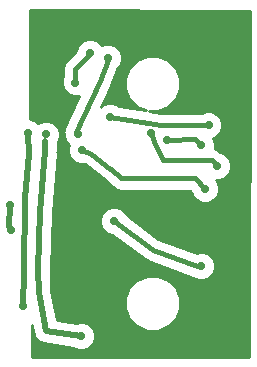
<source format=gbl>
G04 (created by PCBNEW (2013-08-24 BZR 4298)-stable) date Fri 07 Feb 2014 09:32:46 PM PST*
%MOIN*%
G04 Gerber Fmt 3.4, Leading zero omitted, Abs format*
%FSLAX34Y34*%
G01*
G70*
G90*
G04 APERTURE LIST*
%ADD10C,0.005906*%
%ADD11C,0.027559*%
%ADD12C,0.015748*%
%ADD13C,0.019685*%
%ADD14C,0.009843*%
%ADD15C,0.007874*%
%ADD16C,0.010000*%
G04 APERTURE END LIST*
G54D10*
G54D11*
X57771Y-41830D03*
X54496Y-41551D03*
X53425Y-42125D03*
X54421Y-39578D03*
X57519Y-42500D03*
X56370Y-42330D03*
X51192Y-45307D03*
X51161Y-44488D03*
X54685Y-48984D03*
X57921Y-38759D03*
X55771Y-45129D03*
X53645Y-43405D03*
X52881Y-38299D03*
X54618Y-45023D03*
X57527Y-46527D03*
X53334Y-40405D03*
X53818Y-39409D03*
X58051Y-43185D03*
X55858Y-42098D03*
X51598Y-47850D03*
X51751Y-42096D03*
X57653Y-43944D03*
X53559Y-42661D03*
X52343Y-42136D03*
X53519Y-48858D03*
G54D12*
X57771Y-41830D02*
X56169Y-41818D01*
X56169Y-41818D02*
X54496Y-41551D01*
X53425Y-42125D02*
X53338Y-42039D01*
X53338Y-42039D02*
X54141Y-40338D01*
X54141Y-40338D02*
X54421Y-39669D01*
X54421Y-39669D02*
X54421Y-39578D01*
X57519Y-42500D02*
X57311Y-42291D01*
X57311Y-42291D02*
X56370Y-42330D01*
G54D10*
X51192Y-45307D02*
X51122Y-45236D01*
G54D13*
X51122Y-45236D02*
X51161Y-44488D01*
G54D14*
X57921Y-38759D02*
X57921Y-38751D01*
G54D12*
X55905Y-45980D02*
X57389Y-46527D01*
X54618Y-45023D02*
X55905Y-45980D01*
X57389Y-46527D02*
X57527Y-46527D01*
X53334Y-40405D02*
X53334Y-39948D01*
X53334Y-39948D02*
X53818Y-39464D01*
G54D10*
X53818Y-39464D02*
X53818Y-39409D01*
G54D12*
X58051Y-43185D02*
X57870Y-43003D01*
X57870Y-43003D02*
X56259Y-43003D01*
X56259Y-43003D02*
X55976Y-42440D01*
X55858Y-42098D02*
X55976Y-42440D01*
G54D10*
X55976Y-42440D02*
X55976Y-42425D01*
G54D13*
X51604Y-46742D02*
X51598Y-47850D01*
X51663Y-44251D02*
X51604Y-46742D01*
X51791Y-42795D02*
X51663Y-44251D01*
X51751Y-42096D02*
X51791Y-42795D01*
G54D10*
X51598Y-47850D02*
X51594Y-47855D01*
X54535Y-43279D02*
X54488Y-43279D01*
G54D12*
X57653Y-43944D02*
X57311Y-43602D01*
X57311Y-43602D02*
X54858Y-43602D01*
X54858Y-43602D02*
X54535Y-43279D01*
X53866Y-42783D02*
X53559Y-42661D01*
X54488Y-43279D02*
X53866Y-42783D01*
G54D15*
X52312Y-42341D02*
X52312Y-42167D01*
X52312Y-42167D02*
X52343Y-42136D01*
G54D13*
X52314Y-42704D02*
X52312Y-42341D01*
X52145Y-44724D02*
X52314Y-42704D01*
X52078Y-46618D02*
X52145Y-44724D01*
X52110Y-47401D02*
X52078Y-46618D01*
X52350Y-48681D02*
X52110Y-47401D01*
X53519Y-48858D02*
X52350Y-48681D01*
G54D15*
X52312Y-42351D02*
X52312Y-42341D01*
G54D10*
G36*
X59142Y-38006D02*
X59103Y-49546D01*
X58514Y-49546D01*
X58514Y-43093D01*
X58444Y-42922D01*
X58314Y-42792D01*
X58170Y-42733D01*
X58155Y-42718D01*
X58024Y-42630D01*
X57971Y-42619D01*
X57982Y-42592D01*
X57983Y-42408D01*
X57925Y-42268D01*
X58033Y-42223D01*
X58164Y-42093D01*
X58234Y-41923D01*
X58235Y-41738D01*
X58164Y-41568D01*
X58034Y-41438D01*
X57864Y-41367D01*
X57679Y-41367D01*
X57540Y-41424D01*
X56202Y-41414D01*
X55792Y-41349D01*
X56086Y-41349D01*
X56423Y-41210D01*
X56681Y-40952D01*
X56821Y-40616D01*
X56821Y-40251D01*
X56682Y-39914D01*
X56425Y-39656D01*
X56088Y-39517D01*
X55724Y-39516D01*
X55387Y-39655D01*
X55129Y-39913D01*
X54989Y-40250D01*
X54989Y-40614D01*
X55128Y-40951D01*
X55385Y-41209D01*
X55678Y-41330D01*
X54788Y-41188D01*
X54758Y-41158D01*
X54588Y-41087D01*
X54404Y-41087D01*
X54233Y-41158D01*
X54173Y-41218D01*
X54507Y-40511D01*
X54509Y-40502D01*
X54514Y-40494D01*
X54768Y-39886D01*
X54813Y-39841D01*
X54884Y-39671D01*
X54884Y-39486D01*
X54814Y-39316D01*
X54684Y-39186D01*
X54513Y-39115D01*
X54329Y-39115D01*
X54217Y-39161D01*
X54211Y-39147D01*
X54081Y-39016D01*
X53911Y-38946D01*
X53727Y-38945D01*
X53556Y-39016D01*
X53426Y-39146D01*
X53355Y-39316D01*
X53355Y-39356D01*
X53048Y-39662D01*
X52961Y-39794D01*
X52930Y-39948D01*
X52930Y-40170D01*
X52871Y-40312D01*
X52871Y-40497D01*
X52941Y-40667D01*
X53071Y-40798D01*
X53242Y-40868D01*
X53426Y-40868D01*
X53448Y-40859D01*
X52972Y-41866D01*
X52970Y-41876D01*
X52965Y-41884D01*
X52951Y-41952D01*
X52934Y-42019D01*
X52936Y-42029D01*
X52934Y-42039D01*
X52947Y-42107D01*
X52957Y-42175D01*
X52961Y-42182D01*
X52961Y-42217D01*
X53032Y-42388D01*
X53130Y-42486D01*
X53095Y-42568D01*
X53095Y-42753D01*
X53165Y-42923D01*
X53296Y-43054D01*
X53466Y-43124D01*
X53630Y-43124D01*
X53660Y-43137D01*
X54236Y-43595D01*
X54326Y-43642D01*
X54572Y-43888D01*
X54703Y-43975D01*
X54858Y-44006D01*
X57143Y-44006D01*
X57201Y-44064D01*
X57260Y-44207D01*
X57390Y-44337D01*
X57560Y-44408D01*
X57745Y-44408D01*
X57915Y-44337D01*
X58046Y-44207D01*
X58116Y-44037D01*
X58117Y-43853D01*
X58046Y-43682D01*
X58012Y-43648D01*
X58142Y-43648D01*
X58313Y-43578D01*
X58443Y-43447D01*
X58514Y-43277D01*
X58514Y-43093D01*
X58514Y-49546D01*
X57991Y-49546D01*
X57991Y-46435D01*
X57920Y-46265D01*
X57790Y-46134D01*
X57620Y-46064D01*
X57435Y-46064D01*
X57372Y-46090D01*
X56099Y-45621D01*
X55041Y-44834D01*
X55011Y-44761D01*
X54880Y-44631D01*
X54710Y-44560D01*
X54526Y-44560D01*
X54355Y-44630D01*
X54225Y-44760D01*
X54154Y-44931D01*
X54154Y-45115D01*
X54225Y-45285D01*
X54355Y-45416D01*
X54525Y-45486D01*
X54563Y-45486D01*
X55664Y-46304D01*
X55716Y-46329D01*
X55765Y-46359D01*
X57249Y-46906D01*
X57251Y-46907D01*
X57264Y-46920D01*
X57434Y-46990D01*
X57619Y-46991D01*
X57789Y-46920D01*
X57920Y-46790D01*
X57990Y-46620D01*
X57991Y-46435D01*
X57991Y-49546D01*
X56821Y-49546D01*
X56821Y-47574D01*
X56682Y-47237D01*
X56425Y-46979D01*
X56088Y-46839D01*
X55724Y-46839D01*
X55387Y-46978D01*
X55129Y-47236D01*
X54989Y-47572D01*
X54989Y-47937D01*
X55128Y-48274D01*
X55385Y-48532D01*
X55722Y-48671D01*
X56086Y-48672D01*
X56423Y-48533D01*
X56681Y-48275D01*
X56821Y-47938D01*
X56821Y-47574D01*
X56821Y-49546D01*
X51888Y-49546D01*
X51881Y-48481D01*
X51933Y-48759D01*
X51938Y-48770D01*
X51938Y-48782D01*
X51968Y-48847D01*
X51995Y-48912D01*
X52003Y-48921D01*
X52009Y-48932D01*
X52061Y-48980D01*
X52111Y-49031D01*
X52122Y-49035D01*
X52131Y-49044D01*
X52197Y-49068D01*
X52263Y-49096D01*
X52275Y-49096D01*
X52286Y-49100D01*
X53252Y-49246D01*
X53256Y-49250D01*
X53427Y-49321D01*
X53611Y-49321D01*
X53781Y-49251D01*
X53912Y-49121D01*
X53982Y-48950D01*
X53983Y-48766D01*
X53912Y-48596D01*
X53782Y-48465D01*
X53612Y-48394D01*
X53427Y-48394D01*
X53391Y-48409D01*
X52711Y-48306D01*
X52532Y-47353D01*
X52503Y-46617D01*
X52569Y-44749D01*
X52737Y-42740D01*
X52735Y-42720D01*
X52738Y-42701D01*
X52736Y-42397D01*
X52806Y-42229D01*
X52806Y-42044D01*
X52736Y-41874D01*
X52606Y-41743D01*
X52435Y-41673D01*
X52251Y-41673D01*
X52081Y-41743D01*
X52067Y-41756D01*
X52014Y-41703D01*
X51844Y-41633D01*
X51835Y-41633D01*
X51811Y-37993D01*
X59142Y-38006D01*
X59142Y-38006D01*
G37*
G54D16*
X59142Y-38006D02*
X59103Y-49546D01*
X58514Y-49546D01*
X58514Y-43093D01*
X58444Y-42922D01*
X58314Y-42792D01*
X58170Y-42733D01*
X58155Y-42718D01*
X58024Y-42630D01*
X57971Y-42619D01*
X57982Y-42592D01*
X57983Y-42408D01*
X57925Y-42268D01*
X58033Y-42223D01*
X58164Y-42093D01*
X58234Y-41923D01*
X58235Y-41738D01*
X58164Y-41568D01*
X58034Y-41438D01*
X57864Y-41367D01*
X57679Y-41367D01*
X57540Y-41424D01*
X56202Y-41414D01*
X55792Y-41349D01*
X56086Y-41349D01*
X56423Y-41210D01*
X56681Y-40952D01*
X56821Y-40616D01*
X56821Y-40251D01*
X56682Y-39914D01*
X56425Y-39656D01*
X56088Y-39517D01*
X55724Y-39516D01*
X55387Y-39655D01*
X55129Y-39913D01*
X54989Y-40250D01*
X54989Y-40614D01*
X55128Y-40951D01*
X55385Y-41209D01*
X55678Y-41330D01*
X54788Y-41188D01*
X54758Y-41158D01*
X54588Y-41087D01*
X54404Y-41087D01*
X54233Y-41158D01*
X54173Y-41218D01*
X54507Y-40511D01*
X54509Y-40502D01*
X54514Y-40494D01*
X54768Y-39886D01*
X54813Y-39841D01*
X54884Y-39671D01*
X54884Y-39486D01*
X54814Y-39316D01*
X54684Y-39186D01*
X54513Y-39115D01*
X54329Y-39115D01*
X54217Y-39161D01*
X54211Y-39147D01*
X54081Y-39016D01*
X53911Y-38946D01*
X53727Y-38945D01*
X53556Y-39016D01*
X53426Y-39146D01*
X53355Y-39316D01*
X53355Y-39356D01*
X53048Y-39662D01*
X52961Y-39794D01*
X52930Y-39948D01*
X52930Y-40170D01*
X52871Y-40312D01*
X52871Y-40497D01*
X52941Y-40667D01*
X53071Y-40798D01*
X53242Y-40868D01*
X53426Y-40868D01*
X53448Y-40859D01*
X52972Y-41866D01*
X52970Y-41876D01*
X52965Y-41884D01*
X52951Y-41952D01*
X52934Y-42019D01*
X52936Y-42029D01*
X52934Y-42039D01*
X52947Y-42107D01*
X52957Y-42175D01*
X52961Y-42182D01*
X52961Y-42217D01*
X53032Y-42388D01*
X53130Y-42486D01*
X53095Y-42568D01*
X53095Y-42753D01*
X53165Y-42923D01*
X53296Y-43054D01*
X53466Y-43124D01*
X53630Y-43124D01*
X53660Y-43137D01*
X54236Y-43595D01*
X54326Y-43642D01*
X54572Y-43888D01*
X54703Y-43975D01*
X54858Y-44006D01*
X57143Y-44006D01*
X57201Y-44064D01*
X57260Y-44207D01*
X57390Y-44337D01*
X57560Y-44408D01*
X57745Y-44408D01*
X57915Y-44337D01*
X58046Y-44207D01*
X58116Y-44037D01*
X58117Y-43853D01*
X58046Y-43682D01*
X58012Y-43648D01*
X58142Y-43648D01*
X58313Y-43578D01*
X58443Y-43447D01*
X58514Y-43277D01*
X58514Y-43093D01*
X58514Y-49546D01*
X57991Y-49546D01*
X57991Y-46435D01*
X57920Y-46265D01*
X57790Y-46134D01*
X57620Y-46064D01*
X57435Y-46064D01*
X57372Y-46090D01*
X56099Y-45621D01*
X55041Y-44834D01*
X55011Y-44761D01*
X54880Y-44631D01*
X54710Y-44560D01*
X54526Y-44560D01*
X54355Y-44630D01*
X54225Y-44760D01*
X54154Y-44931D01*
X54154Y-45115D01*
X54225Y-45285D01*
X54355Y-45416D01*
X54525Y-45486D01*
X54563Y-45486D01*
X55664Y-46304D01*
X55716Y-46329D01*
X55765Y-46359D01*
X57249Y-46906D01*
X57251Y-46907D01*
X57264Y-46920D01*
X57434Y-46990D01*
X57619Y-46991D01*
X57789Y-46920D01*
X57920Y-46790D01*
X57990Y-46620D01*
X57991Y-46435D01*
X57991Y-49546D01*
X56821Y-49546D01*
X56821Y-47574D01*
X56682Y-47237D01*
X56425Y-46979D01*
X56088Y-46839D01*
X55724Y-46839D01*
X55387Y-46978D01*
X55129Y-47236D01*
X54989Y-47572D01*
X54989Y-47937D01*
X55128Y-48274D01*
X55385Y-48532D01*
X55722Y-48671D01*
X56086Y-48672D01*
X56423Y-48533D01*
X56681Y-48275D01*
X56821Y-47938D01*
X56821Y-47574D01*
X56821Y-49546D01*
X51888Y-49546D01*
X51881Y-48481D01*
X51933Y-48759D01*
X51938Y-48770D01*
X51938Y-48782D01*
X51968Y-48847D01*
X51995Y-48912D01*
X52003Y-48921D01*
X52009Y-48932D01*
X52061Y-48980D01*
X52111Y-49031D01*
X52122Y-49035D01*
X52131Y-49044D01*
X52197Y-49068D01*
X52263Y-49096D01*
X52275Y-49096D01*
X52286Y-49100D01*
X53252Y-49246D01*
X53256Y-49250D01*
X53427Y-49321D01*
X53611Y-49321D01*
X53781Y-49251D01*
X53912Y-49121D01*
X53982Y-48950D01*
X53983Y-48766D01*
X53912Y-48596D01*
X53782Y-48465D01*
X53612Y-48394D01*
X53427Y-48394D01*
X53391Y-48409D01*
X52711Y-48306D01*
X52532Y-47353D01*
X52503Y-46617D01*
X52569Y-44749D01*
X52737Y-42740D01*
X52735Y-42720D01*
X52738Y-42701D01*
X52736Y-42397D01*
X52806Y-42229D01*
X52806Y-42044D01*
X52736Y-41874D01*
X52606Y-41743D01*
X52435Y-41673D01*
X52251Y-41673D01*
X52081Y-41743D01*
X52067Y-41756D01*
X52014Y-41703D01*
X51844Y-41633D01*
X51835Y-41633D01*
X51811Y-37993D01*
X59142Y-38006D01*
M02*

</source>
